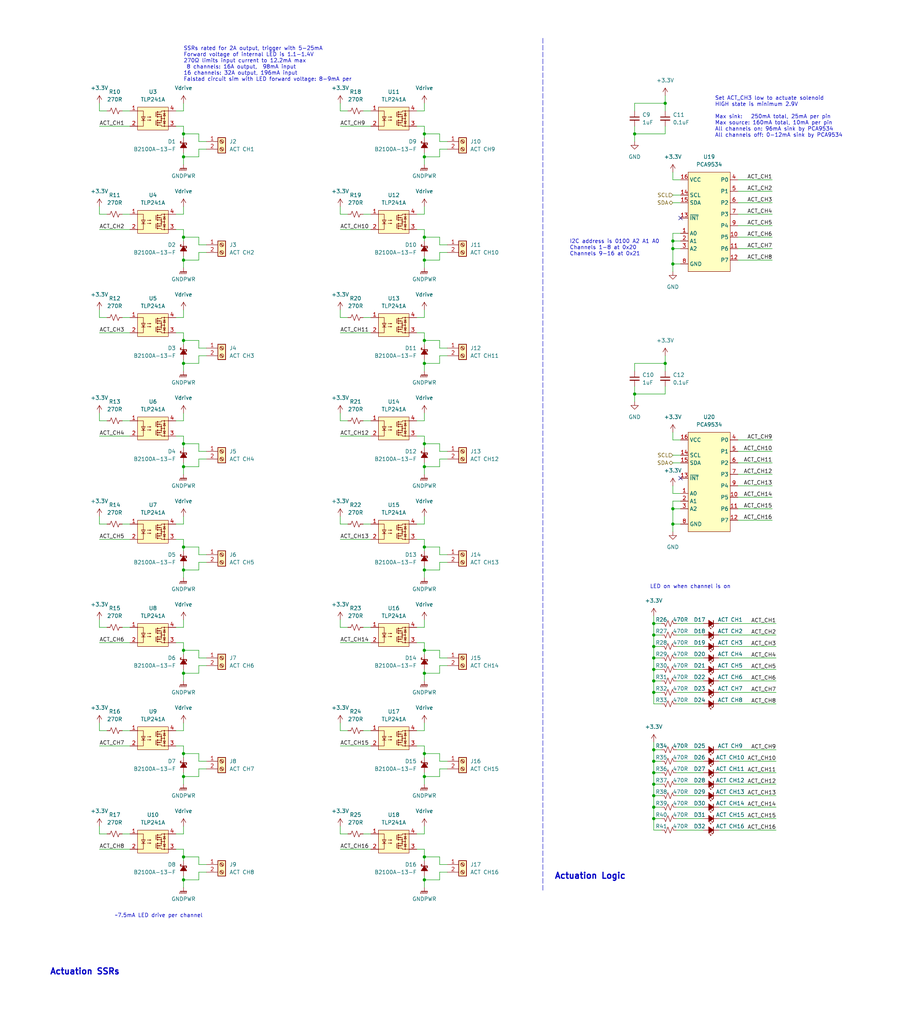
<source format=kicad_sch>
(kicad_sch (version 20211123) (generator eeschema)
  (paper "User" 299.999 340.004)
  (junction (at 60.96 147.32))
  (junction (at 140.97 113.03))
  (junction (at 60.96 86.36))
  (junction (at 140.97 292.1))
  (junction (at 60.96 78.74))
  (junction (at 217.17 218.44))
  (junction (at 217.17 248.92))
  (junction (at 217.17 264.16))
  (junction (at 217.17 252.73))
  (junction (at 60.96 284.48))
  (junction (at 60.96 223.52))
  (junction (at 140.97 284.48))
  (junction (at 60.96 181.61))
  (junction (at 60.96 120.65))
  (junction (at 60.96 257.81))
  (junction (at 217.17 210.82))
  (junction (at 217.17 214.63))
  (junction (at 140.97 154.94))
  (junction (at 220.98 120.65))
  (junction (at 223.52 80.01))
  (junction (at 217.17 271.78))
  (junction (at 60.96 189.23))
  (junction (at 140.97 189.23))
  (junction (at 60.96 52.07))
  (junction (at 223.52 82.55))
  (junction (at 140.97 78.74))
  (junction (at 223.52 87.63))
  (junction (at 140.97 215.9))
  (junction (at 60.96 154.94))
  (junction (at 140.97 250.19))
  (junction (at 140.97 86.36))
  (junction (at 217.17 260.35))
  (junction (at 60.96 292.1))
  (junction (at 210.82 44.45))
  (junction (at 217.17 222.25))
  (junction (at 140.97 120.65))
  (junction (at 60.96 113.03))
  (junction (at 60.96 44.45))
  (junction (at 223.52 168.91))
  (junction (at 217.17 267.97))
  (junction (at 140.97 223.52))
  (junction (at 60.96 250.19))
  (junction (at 140.97 147.32))
  (junction (at 140.97 181.61))
  (junction (at 220.98 34.29))
  (junction (at 140.97 257.81))
  (junction (at 210.82 130.81))
  (junction (at 60.96 215.9))
  (junction (at 140.97 52.07))
  (junction (at 140.97 44.45))
  (junction (at 217.17 207.01))
  (junction (at 217.17 226.06))
  (junction (at 217.17 256.54))
  (junction (at 217.17 229.87))
  (junction (at 223.52 173.99))
  (no_connect (at 226.06 158.75))
  (no_connect (at 226.06 72.39))
  (wire (pts (xy 140.97 36.83) (xy 140.97 34.29)))
  (wire (pts (xy 140.97 181.61) (xy 146.05 181.61)))
  (wire (pts (xy 220.98 118.11) (xy 220.98 120.65)))
  (wire (pts (xy 113.03 71.12) (xy 113.03 68.58)))
  (wire (pts (xy 226.06 166.37) (xy 223.52 166.37)))
  (wire (pts (xy 60.96 105.41) (xy 60.96 102.87)))
  (wire (pts (xy 40.64 139.7) (xy 43.18 139.7)))
  (wire (pts (xy 60.96 242.57) (xy 60.96 240.03)))
  (wire (pts (xy 60.96 179.07) (xy 60.96 181.61)))
  (wire (pts (xy 140.97 276.86) (xy 140.97 274.32)))
  (wire (pts (xy 146.05 220.98) (xy 148.59 220.98)))
  (wire (pts (xy 60.96 187.96) (xy 60.96 189.23)))
  (wire (pts (xy 217.17 229.87) (xy 219.71 229.87)))
  (wire (pts (xy 146.05 149.86) (xy 146.05 147.32)))
  (wire (pts (xy 245.11 153.67) (xy 256.54 153.67)))
  (wire (pts (xy 60.96 78.74) (xy 60.96 80.01)))
  (wire (pts (xy 138.43 71.12) (xy 140.97 71.12)))
  (wire (pts (xy 238.76 210.82) (xy 257.81 210.82)))
  (wire (pts (xy 148.59 184.15) (xy 146.05 184.15)))
  (wire (pts (xy 115.57 208.28) (xy 113.03 208.28)))
  (wire (pts (xy 238.76 207.01) (xy 257.81 207.01)))
  (wire (pts (xy 60.96 284.48) (xy 66.04 284.48)))
  (wire (pts (xy 220.98 31.75) (xy 220.98 34.29)))
  (wire (pts (xy 66.04 287.02) (xy 66.04 284.48)))
  (wire (pts (xy 217.17 210.82) (xy 219.71 210.82)))
  (wire (pts (xy 140.97 250.19) (xy 140.97 251.46)))
  (wire (pts (xy 146.05 223.52) (xy 146.05 220.98)))
  (wire (pts (xy 40.64 276.86) (xy 43.18 276.86)))
  (wire (pts (xy 146.05 257.81) (xy 146.05 255.27)))
  (wire (pts (xy 58.42 242.57) (xy 60.96 242.57)))
  (wire (pts (xy 226.06 77.47) (xy 223.52 77.47)))
  (wire (pts (xy 140.97 215.9) (xy 140.97 217.17)))
  (wire (pts (xy 226.06 163.83) (xy 223.52 163.83)))
  (wire (pts (xy 140.97 284.48) (xy 140.97 285.75)))
  (wire (pts (xy 226.06 87.63) (xy 223.52 87.63)))
  (wire (pts (xy 33.02 105.41) (xy 33.02 102.87)))
  (wire (pts (xy 224.79 214.63) (xy 233.68 214.63)))
  (wire (pts (xy 60.96 52.07) (xy 60.96 54.61)))
  (wire (pts (xy 113.03 173.99) (xy 113.03 171.45)))
  (wire (pts (xy 140.97 213.36) (xy 140.97 215.9)))
  (wire (pts (xy 140.97 257.81) (xy 140.97 260.35)))
  (wire (pts (xy 58.42 41.91) (xy 60.96 41.91)))
  (wire (pts (xy 224.79 218.44) (xy 233.68 218.44)))
  (wire (pts (xy 217.17 271.78) (xy 217.17 267.97)))
  (wire (pts (xy 60.96 247.65) (xy 60.96 250.19)))
  (wire (pts (xy 60.96 292.1) (xy 66.04 292.1)))
  (wire (pts (xy 217.17 264.16) (xy 219.71 264.16)))
  (wire (pts (xy 146.05 218.44) (xy 146.05 215.9)))
  (wire (pts (xy 210.82 34.29) (xy 210.82 36.83)))
  (wire (pts (xy 140.97 181.61) (xy 140.97 182.88)))
  (wire (pts (xy 138.43 76.2) (xy 140.97 76.2)))
  (wire (pts (xy 224.79 275.59) (xy 233.68 275.59)))
  (wire (pts (xy 35.56 36.83) (xy 33.02 36.83)))
  (wire (pts (xy 60.96 181.61) (xy 66.04 181.61)))
  (wire (pts (xy 138.43 110.49) (xy 140.97 110.49)))
  (wire (pts (xy 210.82 120.65) (xy 220.98 120.65)))
  (wire (pts (xy 148.59 46.99) (xy 146.05 46.99)))
  (wire (pts (xy 140.97 85.09) (xy 140.97 86.36)))
  (wire (pts (xy 66.04 152.4) (xy 68.58 152.4)))
  (wire (pts (xy 115.57 71.12) (xy 113.03 71.12)))
  (wire (pts (xy 68.58 218.44) (xy 66.04 218.44)))
  (wire (pts (xy 113.03 247.65) (xy 123.19 247.65)))
  (wire (pts (xy 224.79 248.92) (xy 233.68 248.92)))
  (wire (pts (xy 138.43 208.28) (xy 140.97 208.28)))
  (wire (pts (xy 66.04 52.07) (xy 66.04 49.53)))
  (wire (pts (xy 58.42 173.99) (xy 60.96 173.99)))
  (wire (pts (xy 140.97 120.65) (xy 146.05 120.65)))
  (wire (pts (xy 217.17 218.44) (xy 217.17 214.63)))
  (wire (pts (xy 210.82 130.81) (xy 210.82 128.27)))
  (wire (pts (xy 223.52 151.13) (xy 226.06 151.13)))
  (wire (pts (xy 68.58 287.02) (xy 66.04 287.02)))
  (wire (pts (xy 66.04 186.69) (xy 68.58 186.69)))
  (wire (pts (xy 146.05 115.57) (xy 146.05 113.03)))
  (wire (pts (xy 113.03 41.91) (xy 123.19 41.91)))
  (wire (pts (xy 238.76 226.06) (xy 257.81 226.06)))
  (wire (pts (xy 245.11 168.91) (xy 256.54 168.91)))
  (wire (pts (xy 33.02 36.83) (xy 33.02 34.29)))
  (wire (pts (xy 245.11 59.69) (xy 256.54 59.69)))
  (wire (pts (xy 66.04 81.28) (xy 66.04 78.74)))
  (wire (pts (xy 210.82 44.45) (xy 210.82 41.91)))
  (wire (pts (xy 113.03 213.36) (xy 123.19 213.36)))
  (wire (pts (xy 60.96 86.36) (xy 66.04 86.36)))
  (wire (pts (xy 146.05 81.28) (xy 146.05 78.74)))
  (wire (pts (xy 217.17 260.35) (xy 217.17 256.54)))
  (wire (pts (xy 140.97 154.94) (xy 146.05 154.94)))
  (wire (pts (xy 60.96 208.28) (xy 60.96 205.74)))
  (wire (pts (xy 146.05 287.02) (xy 146.05 284.48)))
  (wire (pts (xy 33.02 110.49) (xy 43.18 110.49)))
  (wire (pts (xy 217.17 226.06) (xy 217.17 222.25)))
  (wire (pts (xy 217.17 271.78) (xy 219.71 271.78)))
  (wire (pts (xy 120.65 242.57) (xy 123.19 242.57)))
  (wire (pts (xy 140.97 50.8) (xy 140.97 52.07)))
  (wire (pts (xy 223.52 67.31) (xy 226.06 67.31)))
  (wire (pts (xy 219.71 233.68) (xy 217.17 233.68)))
  (wire (pts (xy 35.56 71.12) (xy 33.02 71.12)))
  (wire (pts (xy 113.03 179.07) (xy 123.19 179.07)))
  (wire (pts (xy 146.05 49.53) (xy 148.59 49.53)))
  (wire (pts (xy 140.97 147.32) (xy 140.97 148.59)))
  (wire (pts (xy 113.03 110.49) (xy 123.19 110.49)))
  (wire (pts (xy 146.05 252.73) (xy 146.05 250.19)))
  (wire (pts (xy 66.04 49.53) (xy 68.58 49.53)))
  (wire (pts (xy 146.05 120.65) (xy 146.05 118.11)))
  (wire (pts (xy 120.65 276.86) (xy 123.19 276.86)))
  (wire (pts (xy 40.64 208.28) (xy 43.18 208.28)))
  (wire (pts (xy 140.97 41.91) (xy 140.97 44.45)))
  (wire (pts (xy 140.97 78.74) (xy 146.05 78.74)))
  (wire (pts (xy 217.17 214.63) (xy 219.71 214.63)))
  (wire (pts (xy 223.52 168.91) (xy 226.06 168.91)))
  (wire (pts (xy 33.02 173.99) (xy 33.02 171.45)))
  (wire (pts (xy 58.42 105.41) (xy 60.96 105.41)))
  (wire (pts (xy 66.04 120.65) (xy 66.04 118.11)))
  (wire (pts (xy 60.96 173.99) (xy 60.96 171.45)))
  (wire (pts (xy 223.52 77.47) (xy 223.52 80.01)))
  (wire (pts (xy 210.82 130.81) (xy 220.98 130.81)))
  (wire (pts (xy 66.04 149.86) (xy 66.04 147.32)))
  (wire (pts (xy 224.79 207.01) (xy 233.68 207.01)))
  (wire (pts (xy 58.42 36.83) (xy 60.96 36.83)))
  (wire (pts (xy 219.71 275.59) (xy 217.17 275.59)))
  (wire (pts (xy 245.11 71.12) (xy 256.54 71.12)))
  (wire (pts (xy 33.02 139.7) (xy 33.02 137.16)))
  (wire (pts (xy 146.05 83.82) (xy 148.59 83.82)))
  (wire (pts (xy 60.96 250.19) (xy 60.96 251.46)))
  (wire (pts (xy 217.17 264.16) (xy 217.17 260.35)))
  (polyline (pts (xy 180.34 12.7) (xy 180.34 295.91)))
  (wire (pts (xy 60.96 44.45) (xy 66.04 44.45)))
  (wire (pts (xy 66.04 223.52) (xy 66.04 220.98)))
  (wire (pts (xy 140.97 76.2) (xy 140.97 78.74)))
  (wire (pts (xy 33.02 76.2) (xy 43.18 76.2)))
  (wire (pts (xy 66.04 292.1) (xy 66.04 289.56)))
  (wire (pts (xy 220.98 34.29) (xy 220.98 36.83)))
  (wire (pts (xy 146.05 292.1) (xy 146.05 289.56)))
  (wire (pts (xy 217.17 267.97) (xy 217.17 264.16)))
  (wire (pts (xy 140.97 105.41) (xy 140.97 102.87)))
  (wire (pts (xy 140.97 153.67) (xy 140.97 154.94)))
  (wire (pts (xy 113.03 208.28) (xy 113.03 205.74)))
  (wire (pts (xy 140.97 292.1) (xy 146.05 292.1)))
  (wire (pts (xy 33.02 179.07) (xy 43.18 179.07)))
  (wire (pts (xy 140.97 215.9) (xy 146.05 215.9)))
  (wire (pts (xy 68.58 46.99) (xy 66.04 46.99)))
  (wire (pts (xy 60.96 144.78) (xy 60.96 147.32)))
  (wire (pts (xy 120.65 71.12) (xy 123.19 71.12)))
  (wire (pts (xy 66.04 257.81) (xy 66.04 255.27)))
  (wire (pts (xy 113.03 276.86) (xy 113.03 274.32)))
  (wire (pts (xy 140.97 113.03) (xy 146.05 113.03)))
  (wire (pts (xy 58.42 208.28) (xy 60.96 208.28)))
  (wire (pts (xy 140.97 292.1) (xy 140.97 294.64)))
  (wire (pts (xy 58.42 139.7) (xy 60.96 139.7)))
  (wire (pts (xy 33.02 242.57) (xy 33.02 240.03)))
  (wire (pts (xy 115.57 105.41) (xy 113.03 105.41)))
  (wire (pts (xy 238.76 275.59) (xy 257.81 275.59)))
  (wire (pts (xy 140.97 173.99) (xy 140.97 171.45)))
  (wire (pts (xy 60.96 36.83) (xy 60.96 34.29)))
  (wire (pts (xy 60.96 139.7) (xy 60.96 137.16)))
  (wire (pts (xy 33.02 276.86) (xy 33.02 274.32)))
  (wire (pts (xy 60.96 189.23) (xy 66.04 189.23)))
  (wire (pts (xy 115.57 139.7) (xy 113.03 139.7)))
  (wire (pts (xy 66.04 86.36) (xy 66.04 83.82)))
  (wire (pts (xy 66.04 115.57) (xy 66.04 113.03)))
  (wire (pts (xy 217.17 218.44) (xy 219.71 218.44)))
  (wire (pts (xy 35.56 276.86) (xy 33.02 276.86)))
  (wire (pts (xy 245.11 67.31) (xy 256.54 67.31)))
  (wire (pts (xy 138.43 281.94) (xy 140.97 281.94)))
  (wire (pts (xy 245.11 74.93) (xy 256.54 74.93)))
  (wire (pts (xy 115.57 173.99) (xy 113.03 173.99)))
  (wire (pts (xy 223.52 64.77) (xy 226.06 64.77)))
  (wire (pts (xy 138.43 105.41) (xy 140.97 105.41)))
  (wire (pts (xy 140.97 113.03) (xy 140.97 114.3)))
  (wire (pts (xy 113.03 36.83) (xy 113.03 34.29)))
  (wire (pts (xy 224.79 264.16) (xy 233.68 264.16)))
  (wire (pts (xy 58.42 71.12) (xy 60.96 71.12)))
  (wire (pts (xy 35.56 139.7) (xy 33.02 139.7)))
  (wire (pts (xy 217.17 252.73) (xy 217.17 248.92)))
  (wire (pts (xy 146.05 152.4) (xy 148.59 152.4)))
  (wire (pts (xy 146.05 186.69) (xy 148.59 186.69)))
  (wire (pts (xy 140.97 144.78) (xy 140.97 147.32)))
  (wire (pts (xy 140.97 242.57) (xy 140.97 240.03)))
  (wire (pts (xy 146.05 118.11) (xy 148.59 118.11)))
  (wire (pts (xy 60.96 113.03) (xy 66.04 113.03)))
  (wire (pts (xy 223.52 82.55) (xy 223.52 87.63)))
  (wire (pts (xy 146.05 52.07) (xy 146.05 49.53)))
  (wire (pts (xy 140.97 247.65) (xy 140.97 250.19)))
  (wire (pts (xy 60.96 281.94) (xy 60.96 284.48)))
  (wire (pts (xy 113.03 76.2) (xy 123.19 76.2)))
  (wire (pts (xy 148.59 218.44) (xy 146.05 218.44)))
  (wire (pts (xy 238.76 256.54) (xy 257.81 256.54)))
  (wire (pts (xy 223.52 166.37) (xy 223.52 168.91)))
  (wire (pts (xy 138.43 179.07) (xy 140.97 179.07)))
  (wire (pts (xy 223.52 59.69) (xy 223.52 57.15)))
  (wire (pts (xy 140.97 71.12) (xy 140.97 68.58)))
  (wire (pts (xy 138.43 139.7) (xy 140.97 139.7)))
  (wire (pts (xy 140.97 86.36) (xy 146.05 86.36)))
  (wire (pts (xy 217.17 229.87) (xy 217.17 226.06)))
  (wire (pts (xy 238.76 229.87) (xy 257.81 229.87)))
  (wire (pts (xy 224.79 233.68) (xy 233.68 233.68)))
  (wire (pts (xy 115.57 242.57) (xy 113.03 242.57)))
  (wire (pts (xy 138.43 173.99) (xy 140.97 173.99)))
  (wire (pts (xy 33.02 247.65) (xy 43.18 247.65)))
  (wire (pts (xy 224.79 260.35) (xy 233.68 260.35)))
  (wire (pts (xy 60.96 52.07) (xy 66.04 52.07)))
  (wire (pts (xy 140.97 189.23) (xy 146.05 189.23)))
  (wire (pts (xy 33.02 144.78) (xy 43.18 144.78)))
  (wire (pts (xy 60.96 85.09) (xy 60.96 86.36)))
  (wire (pts (xy 224.79 226.06) (xy 233.68 226.06)))
  (wire (pts (xy 140.97 187.96) (xy 140.97 189.23)))
  (wire (pts (xy 58.42 110.49) (xy 60.96 110.49)))
  (wire (pts (xy 60.96 50.8) (xy 60.96 52.07)))
  (wire (pts (xy 140.97 281.94) (xy 140.97 284.48)))
  (wire (pts (xy 140.97 110.49) (xy 140.97 113.03)))
  (wire (pts (xy 60.96 113.03) (xy 60.96 114.3)))
  (wire (pts (xy 210.82 34.29) (xy 220.98 34.29)))
  (wire (pts (xy 60.96 153.67) (xy 60.96 154.94)))
  (wire (pts (xy 66.04 252.73) (xy 66.04 250.19)))
  (wire (pts (xy 217.17 204.47) (xy 217.17 207.01)))
  (wire (pts (xy 66.04 255.27) (xy 68.58 255.27)))
  (wire (pts (xy 58.42 213.36) (xy 60.96 213.36)))
  (wire (pts (xy 138.43 247.65) (xy 140.97 247.65)))
  (wire (pts (xy 140.97 78.74) (xy 140.97 80.01)))
  (wire (pts (xy 223.52 87.63) (xy 223.52 90.17)))
  (wire (pts (xy 223.52 80.01) (xy 223.52 82.55)))
  (wire (pts (xy 238.76 218.44) (xy 257.81 218.44)))
  (wire (pts (xy 140.97 86.36) (xy 140.97 88.9)))
  (wire (pts (xy 217.17 214.63) (xy 217.17 210.82)))
  (wire (pts (xy 60.96 257.81) (xy 66.04 257.81)))
  (wire (pts (xy 146.05 289.56) (xy 148.59 289.56)))
  (wire (pts (xy 238.76 214.63) (xy 257.81 214.63)))
  (wire (pts (xy 245.11 82.55) (xy 256.54 82.55)))
  (wire (pts (xy 220.98 120.65) (xy 220.98 123.19)))
  (wire (pts (xy 245.11 146.05) (xy 256.54 146.05)))
  (wire (pts (xy 217.17 210.82) (xy 217.17 207.01)))
  (wire (pts (xy 148.59 252.73) (xy 146.05 252.73)))
  (wire (pts (xy 58.42 276.86) (xy 60.96 276.86)))
  (wire (pts (xy 238.76 248.92) (xy 257.81 248.92)))
  (wire (pts (xy 60.96 119.38) (xy 60.96 120.65)))
  (wire (pts (xy 40.64 242.57) (xy 43.18 242.57)))
  (wire (pts (xy 60.96 215.9) (xy 66.04 215.9)))
  (wire (pts (xy 224.79 210.82) (xy 233.68 210.82)))
  (wire (pts (xy 217.17 246.38) (xy 217.17 248.92)))
  (wire (pts (xy 113.03 144.78) (xy 123.19 144.78)))
  (wire (pts (xy 140.97 52.07) (xy 140.97 54.61)))
  (wire (pts (xy 33.02 208.28) (xy 33.02 205.74)))
  (wire (pts (xy 217.17 252.73) (xy 219.71 252.73)))
  (wire (pts (xy 66.04 46.99) (xy 66.04 44.45)))
  (wire (pts (xy 245.11 161.29) (xy 256.54 161.29)))
  (wire (pts (xy 120.65 208.28) (xy 123.19 208.28)))
  (wire (pts (xy 217.17 248.92) (xy 219.71 248.92)))
  (wire (pts (xy 217.17 275.59) (xy 217.17 271.78)))
  (wire (pts (xy 33.02 41.91) (xy 43.18 41.91)))
  (wire (pts (xy 238.76 222.25) (xy 257.81 222.25)))
  (wire (pts (xy 60.96 223.52) (xy 66.04 223.52)))
  (wire (pts (xy 148.59 81.28) (xy 146.05 81.28)))
  (wire (pts (xy 60.96 257.81) (xy 60.96 260.35)))
  (wire (pts (xy 60.96 181.61) (xy 60.96 182.88)))
  (wire (pts (xy 140.97 179.07) (xy 140.97 181.61)))
  (wire (pts (xy 140.97 290.83) (xy 140.97 292.1)))
  (wire (pts (xy 140.97 222.25) (xy 140.97 223.52)))
  (wire (pts (xy 140.97 284.48) (xy 146.05 284.48)))
  (wire (pts (xy 138.43 36.83) (xy 140.97 36.83)))
  (wire (pts (xy 66.04 220.98) (xy 68.58 220.98)))
  (wire (pts (xy 140.97 250.19) (xy 146.05 250.19)))
  (wire (pts (xy 146.05 46.99) (xy 146.05 44.45)))
  (wire (pts (xy 66.04 154.94) (xy 66.04 152.4)))
  (wire (pts (xy 35.56 105.41) (xy 33.02 105.41)))
  (wire (pts (xy 33.02 213.36) (xy 43.18 213.36)))
  (wire (pts (xy 60.96 120.65) (xy 66.04 120.65)))
  (wire (pts (xy 58.42 281.94) (xy 60.96 281.94)))
  (wire (pts (xy 224.79 222.25) (xy 233.68 222.25)))
  (wire (pts (xy 146.05 255.27) (xy 148.59 255.27)))
  (wire (pts (xy 238.76 260.35) (xy 257.81 260.35)))
  (wire (pts (xy 66.04 218.44) (xy 66.04 215.9)))
  (wire (pts (xy 33.02 71.12) (xy 33.02 68.58)))
  (wire (pts (xy 245.11 172.72) (xy 256.54 172.72)))
  (wire (pts (xy 217.17 260.35) (xy 219.71 260.35)))
  (wire (pts (xy 60.96 71.12) (xy 60.96 68.58)))
  (wire (pts (xy 40.64 36.83) (xy 43.18 36.83)))
  (wire (pts (xy 138.43 242.57) (xy 140.97 242.57)))
  (wire (pts (xy 226.06 80.01) (xy 223.52 80.01)))
  (wire (pts (xy 40.64 173.99) (xy 43.18 173.99)))
  (wire (pts (xy 217.17 256.54) (xy 217.17 252.73)))
  (wire (pts (xy 58.42 247.65) (xy 60.96 247.65)))
  (wire (pts (xy 226.06 82.55) (xy 223.52 82.55)))
  (wire (pts (xy 113.03 242.57) (xy 113.03 240.03)))
  (wire (pts (xy 245.11 149.86) (xy 256.54 149.86)))
  (wire (pts (xy 224.79 252.73) (xy 233.68 252.73)))
  (wire (pts (xy 146.05 86.36) (xy 146.05 83.82)))
  (wire (pts (xy 35.56 208.28) (xy 33.02 208.28)))
  (wire (pts (xy 140.97 257.81) (xy 146.05 257.81)))
  (wire (pts (xy 224.79 256.54) (xy 233.68 256.54)))
  (wire (pts (xy 60.96 147.32) (xy 60.96 148.59)))
  (wire (pts (xy 40.64 71.12) (xy 43.18 71.12)))
  (wire (pts (xy 140.97 154.94) (xy 140.97 157.48)))
  (wire (pts (xy 60.96 154.94) (xy 60.96 157.48)))
  (wire (pts (xy 60.96 86.36) (xy 60.96 88.9)))
  (wire (pts (xy 217.17 207.01) (xy 219.71 207.01)))
  (wire (pts (xy 115.57 276.86) (xy 113.03 276.86)))
  (wire (pts (xy 66.04 83.82) (xy 68.58 83.82)))
  (wire (pts (xy 217.17 222.25) (xy 217.17 218.44)))
  (wire (pts (xy 138.43 276.86) (xy 140.97 276.86)))
  (wire (pts (xy 58.42 179.07) (xy 60.96 179.07)))
  (wire (pts (xy 245.11 157.48) (xy 256.54 157.48)))
  (wire (pts (xy 217.17 256.54) (xy 219.71 256.54)))
  (wire (pts (xy 60.96 41.91) (xy 60.96 44.45)))
  (wire (pts (xy 138.43 144.78) (xy 140.97 144.78)))
  (wire (pts (xy 60.96 189.23) (xy 60.96 191.77)))
  (wire (pts (xy 66.04 289.56) (xy 68.58 289.56)))
  (wire (pts (xy 140.97 44.45) (xy 140.97 45.72)))
  (wire (pts (xy 140.97 147.32) (xy 146.05 147.32)))
  (wire (pts (xy 138.43 213.36) (xy 140.97 213.36)))
  (wire (pts (xy 120.65 36.83) (xy 123.19 36.83)))
  (wire (pts (xy 210.82 44.45) (xy 220.98 44.45)))
  (wire (pts (xy 60.96 213.36) (xy 60.96 215.9)))
  (wire (pts (xy 217.17 226.06) (xy 219.71 226.06)))
  (wire (pts (xy 223.52 173.99) (xy 223.52 176.53)))
  (wire (pts (xy 138.43 41.91) (xy 140.97 41.91)))
  (wire (pts (xy 210.82 46.99) (xy 210.82 44.45)))
  (wire (pts (xy 68.58 115.57) (xy 66.04 115.57)))
  (wire (pts (xy 238.76 252.73) (xy 257.81 252.73)))
  (wire (pts (xy 245.11 165.1) (xy 256.54 165.1)))
  (wire (pts (xy 60.96 120.65) (xy 60.96 123.19)))
  (wire (pts (xy 217.17 267.97) (xy 219.71 267.97)))
  (wire (pts (xy 60.96 147.32) (xy 66.04 147.32)))
  (wire (pts (xy 60.96 223.52) (xy 60.96 226.06)))
  (wire (pts (xy 210.82 120.65) (xy 210.82 123.19)))
  (wire (pts (xy 224.79 271.78) (xy 233.68 271.78)))
  (wire (pts (xy 217.17 233.68) (xy 217.17 229.87)))
  (wire (pts (xy 113.03 105.41) (xy 113.03 102.87)))
  (wire (pts (xy 60.96 154.94) (xy 66.04 154.94)))
  (wire (pts (xy 146.05 154.94) (xy 146.05 152.4)))
  (wire (pts (xy 140.97 119.38) (xy 140.97 120.65)))
  (wire (pts (xy 140.97 223.52) (xy 146.05 223.52)))
  (wire (pts (xy 68.58 81.28) (xy 66.04 81.28)))
  (wire (pts (xy 140.97 139.7) (xy 140.97 137.16)))
  (wire (pts (xy 60.96 44.45) (xy 60.96 45.72)))
  (wire (pts (xy 238.76 267.97) (xy 257.81 267.97)))
  (wire (pts (xy 35.56 173.99) (xy 33.02 173.99)))
  (wire (pts (xy 238.76 233.68) (xy 257.81 233.68)))
  (wire (pts (xy 66.04 118.11) (xy 68.58 118.11)))
  (wire (pts (xy 60.96 78.74) (xy 66.04 78.74)))
  (wire (pts (xy 245.11 63.5) (xy 256.54 63.5)))
  (wire (pts (xy 217.17 222.25) (xy 219.71 222.25)))
  (wire (pts (xy 66.04 189.23) (xy 66.04 186.69)))
  (wire (pts (xy 223.52 163.83) (xy 223.52 161.29)))
  (wire (pts (xy 58.42 144.78) (xy 60.96 144.78)))
  (wire (pts (xy 245.11 86.36) (xy 256.54 86.36)))
  (wire (pts (xy 58.42 76.2) (xy 60.96 76.2)))
  (wire (pts (xy 245.11 78.74) (xy 256.54 78.74)))
  (wire (pts (xy 140.97 223.52) (xy 140.97 226.06)))
  (wire (pts (xy 60.96 76.2) (xy 60.96 78.74)))
  (wire (pts (xy 140.97 44.45) (xy 146.05 44.45)))
  (wire (pts (xy 238.76 264.16) (xy 257.81 264.16)))
  (wire (pts (xy 146.05 184.15) (xy 146.05 181.61)))
  (wire (pts (xy 60.96 215.9) (xy 60.96 217.17)))
  (wire (pts (xy 68.58 184.15) (xy 66.04 184.15)))
  (wire (pts (xy 140.97 189.23) (xy 140.97 191.77)))
  (wire (pts (xy 146.05 189.23) (xy 146.05 186.69)))
  (wire (pts (xy 226.06 173.99) (xy 223.52 173.99)))
  (wire (pts (xy 113.03 139.7) (xy 113.03 137.16)))
  (wire (pts (xy 120.65 173.99) (xy 123.19 173.99)))
  (wire (pts (xy 60.96 110.49) (xy 60.96 113.03)))
  (wire (pts (xy 60.96 276.86) (xy 60.96 274.32)))
  (wire (pts (xy 140.97 120.65) (xy 140.97 123.19)))
  (wire (pts (xy 148.59 149.86) (xy 146.05 149.86)))
  (wire (pts (xy 223.52 168.91) (xy 223.52 173.99)))
  (wire (pts (xy 148.59 287.02) (xy 146.05 287.02)))
  (wire (pts (xy 140.97 52.07) (xy 146.05 52.07)))
  (wire (pts (xy 223.52 153.67) (xy 226.06 153.67)))
  (wire (pts (xy 224.79 229.87) (xy 233.68 229.87)))
  (wire (pts (xy 140.97 208.28) (xy 140.97 205.74)))
  (wire (pts (xy 120.65 105.41) (xy 123.19 105.41)))
  (wire (pts (xy 220.98 128.27) (xy 220.98 130.81)))
  (wire (pts (xy 60.96 290.83) (xy 60.96 292.1)))
  (wire (pts (xy 223.52 146.05) (xy 223.52 143.51)))
  (wire (pts (xy 120.65 139.7) (xy 123.19 139.7)))
  (wire (pts (xy 60.96 284.48) (xy 60.96 285.75)))
  (wire (pts (xy 60.96 256.54) (xy 60.96 257.81)))
  (wire (pts (xy 113.03 281.94) (xy 123.19 281.94)))
  (wire (pts (xy 60.96 222.25) (xy 60.96 223.52)))
  (wire (pts (xy 68.58 149.86) (xy 66.04 149.86)))
  (wire (pts (xy 60.96 250.19) (xy 66.04 250.19)))
  (wire (pts (xy 148.59 115.57) (xy 146.05 115.57)))
  (wire (pts (xy 60.96 292.1) (xy 60.96 294.64)))
  (wire (pts (xy 238.76 271.78) (xy 257.81 271.78)))
  (wire (pts (xy 40.64 105.41) (xy 43.18 105.41)))
  (wire (pts (xy 66.04 184.15) (xy 66.04 181.61)))
  (wire (pts (xy 220.98 41.91) (xy 220.98 44.45)))
  (wire (pts (xy 33.02 281.94) (xy 43.18 281.94)))
  (wire (pts (xy 140.97 256.54) (xy 140.97 257.81)))
  (wire (pts (xy 224.79 267.97) (xy 233.68 267.97)))
  (wire (pts (xy 68.58 252.73) (xy 66.04 252.73)))
  (wire (pts (xy 35.56 242.57) (xy 33.02 242.57)))
  (wire (pts (xy 226.06 146.05) (xy 223.52 146.05)))
  (wire (pts (xy 210.82 133.35) (xy 210.82 130.81)))
  (wire (pts (xy 226.06 59.69) (xy 223.52 59.69)))
  (wire (pts (xy 115.57 36.83) (xy 113.03 36.83)))
  (text "LED on when channel is on" (at 215.9 195.58 0) (effects (font (size 1.27 1.27)) (justify left bottom)))
  (text "SSRs rated for 2A output, trigger with 5-25mA\nForward voltage of internal LED is 1.1-1.4V\n270Ω limits input current to 12.2mA max\n 8 channels: 16A output,  98mA input\n16 channels: 32A output, 196mA input\nFalstad circuit sim with LED forward voltage: 8-9mA per\n\n" (at 60.96 29.21 0) (effects (font (size 1.27 1.27)) (justify left bottom)))
  (text "Actuation Logic" (at 184.15 292.1 0) (effects (font (size 2 2) bold) (justify left bottom)))
  (text "Actuation SSRs" (at 16.51 323.85 0) (effects (font (size 2 2) bold) (justify left bottom)))
  (text "~7.5mA LED drive per channel" (at 38.1 304.8 0) (effects (font (size 1.27 1.27)) (justify left bottom)))
  (text "I2C address is 0100 A2 A1 A0\nChannels 1-8 at 0x20\nChannels 9-16 at 0x21\n" (at 189.23 85.09 0) (effects (font (size 1.27 1.27)) (justify left bottom)))
  (text "Set ACT_CH3 low to actuate solenoid\nHIGH state is minimum 2.9V\n\nMax sink:   250mA total, 25mA per pin\nMax source: 160mA total, 10mA per pin\nAll channels on: 96mA sink by PCA9534\nAll channels off: 0-12mA sink by PCA9534" (at 237.49 45.72 0) (effects (font (size 1.27 1.27)) (justify left bottom)))
  (label "ACT_CH4" (at 256.54 71.12 180))
  (label "ACT_CH13" (at 257.81 264.16 180))
  (label "ACT_CH14" (at 257.81 267.97 180))
  (label "ACT_CH14" (at 256.54 165.1 180))
  (label "ACT_CH11" (at 113.03 110.49 0))
  (label "ACT_CH7" (at 33.02 247.65 0))
  (label "ACT_CH12" (at 256.54 157.48 180))
  (label "ACT_CH7" (at 256.54 82.55 180))
  (label "ACT_CH1" (at 256.54 59.69 180))
  (label "ACT_CH5" (at 33.02 179.07 0))
  (label "ACT_CH10" (at 113.03 76.2 0))
  (label "ACT_CH3" (at 257.81 214.63 180))
  (label "ACT_CH10" (at 256.54 149.86 180))
  (label "ACT_CH16" (at 257.81 275.59 180))
  (label "ACT_CH9" (at 256.54 146.05 180))
  (label "ACT_CH3" (at 256.54 67.31 180))
  (label "ACT_CH15" (at 256.54 168.91 180))
  (label "ACT_CH12" (at 113.03 144.78 0))
  (label "ACT_CH2" (at 256.54 63.5 180))
  (label "ACT_CH2" (at 33.02 76.2 0))
  (label "ACT_CH5" (at 256.54 74.93 180))
  (label "ACT_CH9" (at 257.81 248.92 180))
  (label "ACT_CH6" (at 257.81 226.06 180))
  (label "ACT_CH2" (at 257.81 210.82 180))
  (label "ACT_CH7" (at 257.81 229.87 180))
  (label "ACT_CH1" (at 257.81 207.01 180))
  (label "ACT_CH13" (at 113.03 179.07 0))
  (label "ACT_CH6" (at 256.54 78.74 180))
  (label "ACT_CH9" (at 113.03 41.91 0))
  (label "ACT_CH1" (at 33.02 41.91 0))
  (label "ACT_CH5" (at 257.81 222.25 180))
  (label "ACT_CH8" (at 256.54 86.36 180))
  (label "ACT_CH15" (at 257.81 271.78 180))
  (label "ACT_CH8" (at 257.81 233.68 180))
  (label "ACT_CH11" (at 256.54 153.67 180))
  (label "ACT_CH13" (at 256.54 161.29 180))
  (label "ACT_CH11" (at 257.81 256.54 180))
  (label "ACT_CH4" (at 33.02 144.78 0))
  (label "ACT_CH12" (at 257.81 260.35 180))
  (label "ACT_CH10" (at 257.81 252.73 180))
  (label "ACT_CH4" (at 257.81 218.44 180))
  (label "ACT_CH14" (at 113.03 213.36 0))
  (label "ACT_CH6" (at 33.02 213.36 0))
  (label "ACT_CH16" (at 113.03 281.94 0))
  (label "ACT_CH3" (at 33.02 110.49 0))
  (label "ACT_CH8" (at 33.02 281.94 0))
  (label "ACT_CH16" (at 256.54 172.72 180))
  (label "ACT_CH15" (at 113.03 247.65 0))
  (hierarchical_label "SCL" (shape input) (at 223.52 64.77 180))
  (hierarchical_label "SCL" (shape input) (at 223.52 151.13 180))
  (hierarchical_label "SDA" (shape bidirectional) (at 223.52 153.67 180))
  (hierarchical_label "SDA" (shape bidirectional) (at 223.52 67.31 180))
  (symbol (lib_id "Device:R_Small_US") (at 38.1 242.57 90) (unit 1)
    (property "Reference" "R16" (at 38.1 236.22 90))
    (property "Value" "270R" (at 38.1 238.76 90))
    (property "Footprint" "Resistor_SMD:R_0603_1608Metric" (effects hide))
    (property "MPN" "RC0603FR-07270RL" (effects hide))
  )
  (symbol (lib_id "Device:D_Schottky_Small_Filled") (at 60.96 254 90) (mirror x) (unit 1)
    (property "Reference" "D7" (at 58.42 252.73 90) (effects (justify left)))
    (property "Value" "B2100A-13-F" (at 58.42 255.27 90) (effects (justify left)))
    (property "Footprint" "Diode_SMD:D_SMA" (effects hide))
    (property "Datasheet" "https://www.diodes.com/assets/Datasheets/B2100A.pdf" (effects hide))
    (property "MPN" "B2100A-13-F" (effects hide))
  )
  (symbol (lib_id "power:Vdrive") (at 60.96 34.29 0) (unit 1)
    (property "Reference" "#PWR0140" (effects hide))
    (property "Value" "Vdrive" (at 60.96 29.21 0))
  )
  (symbol (lib_id "Device:R_Small_US") (at 222.25 207.01 90) (mirror x) (unit 1)
    (property "Reference" "R26" (at 219.71 205.74 90))
    (property "Value" "470R" (at 226.06 205.74 90))
  )
  (symbol (lib_id "Connector:Screw_Terminal_01x02") (at 73.66 115.57 0) (unit 1)
    (property "Reference" "J4" (at 76.2 115.5699 0) (effects (justify left)))
    (property "Value" "ACT CH3" (at 76.2 118.1099 0) (effects (justify left)))
    (property "Footprint" "TerminalBlock_Phoenix:TerminalBlock_Phoenix_PT-1,5-2-5.0-H_1x02_P5.00mm_Horizontal" (effects hide))
    (property "Datasheet" "https://www.phoenixcontact.com/en-us/products/printed-circuit-board-terminal-pt-15-2-50-h-bk-1989447" (effects hide))
    (property "MPN" "1989447" (effects hide))
  )
  (symbol (lib_id "Connector:Screw_Terminal_01x02") (at 153.67 218.44 0) (unit 1)
    (property "Reference" "J15" (at 156.21 218.4399 0) (effects (justify left)))
    (property "Value" "ACT CH14" (at 156.21 220.9799 0) (effects (justify left)))
    (property "Footprint" "TerminalBlock_Phoenix:TerminalBlock_Phoenix_PT-1,5-2-5.0-H_1x02_P5.00mm_Horizontal" (effects hide))
    (property "Datasheet" "https://www.phoenixcontact.com/en-us/products/printed-circuit-board-terminal-pt-15-2-50-h-bk-1989447" (effects hide))
    (property "MPN" "1989447" (effects hide))
  )
  (symbol (lib_id "actuation:TLP241A") (at 130.81 35.56 0) (unit 1)
    (property "Reference" "U11" (at 130.81 30.48 0))
    (property "Value" "TLP241A" (at 130.81 33.02 0))
    (property "Footprint" "actuation:11-5B2S" (effects hide))
    (property "Datasheet" "https://toshiba.semicon-storage.com/info/TLP241A_datasheet_en_20200217.pdf?did=14237&prodName=TLP241A" (effects hide))
    (property "MPN" "TLP241A(TP1,F" (effects hide))
  )
  (symbol (lib_id "power:+3.3V") (at 33.02 171.45 0) (unit 1)
    (property "Reference" "#PWR0119" (effects hide))
    (property "Value" "+3.3V" (at 33.02 166.37 0))
  )
  (symbol (lib_id "Connector:Screw_Terminal_01x02") (at 73.66 81.28 0) (unit 1)
    (property "Reference" "J3" (at 76.2 81.2799 0) (effects (justify left)))
    (property "Value" "ACT CH2" (at 76.2 83.8199 0) (effects (justify left)))
    (property "Footprint" "TerminalBlock_Phoenix:TerminalBlock_Phoenix_PT-1,5-2-5.0-H_1x02_P5.00mm_Horizontal" (effects hide))
    (property "Datasheet" "https://www.phoenixcontact.com/en-us/products/printed-circuit-board-terminal-pt-15-2-50-h-bk-1989447" (effects hide))
    (property "MPN" "1989447" (effects hide))
  )
  (symbol (lib_id "power:GND") (at 223.52 176.53 0) (unit 1)
    (property "Reference" "#PWR0172" (effects hide))
    (property "Value" "GND" (at 223.52 181.61 0))
  )
  (symbol (lib_id "Device:R_Small_US") (at 118.11 36.83 90) (unit 1)
    (property "Reference" "R18" (at 118.11 30.48 90))
    (property "Value" "270R" (at 118.11 33.02 90))
    (property "Footprint" "Resistor_SMD:R_0603_1608Metric" (effects hide))
    (property "MPN" "RC0603FR-07270RL" (effects hide))
  )
  (symbol (lib_id "Device:R_Small_US") (at 118.11 173.99 90) (unit 1)
    (property "Reference" "R22" (at 118.11 167.64 90))
    (property "Value" "270R" (at 118.11 170.18 90))
    (property "Footprint" "Resistor_SMD:R_0603_1608Metric" (effects hide))
    (property "MPN" "RC0603FR-07270RL" (effects hide))
  )
  (symbol (lib_id "Connector:Screw_Terminal_01x02") (at 73.66 287.02 0) (unit 1)
    (property "Reference" "J9" (at 76.2 287.0199 0) (effects (justify left)))
    (property "Value" "ACT CH8" (at 76.2 289.5599 0) (effects (justify left)))
    (property "Footprint" "TerminalBlock_Phoenix:TerminalBlock_Phoenix_PT-1,5-2-5.0-H_1x02_P5.00mm_Horizontal" (effects hide))
    (property "Datasheet" "https://www.phoenixcontact.com/en-us/products/printed-circuit-board-terminal-pt-15-2-50-h-bk-1989447" (effects hide))
    (property "MPN" "1989447" (effects hide))
  )
  (symbol (lib_id "power:Vdrive") (at 140.97 274.32 0) (unit 1)
    (property "Reference" "#PWR0158" (effects hide))
    (property "Value" "Vdrive" (at 140.97 269.24 0))
  )
  (symbol (lib_id "power:GNDPWR") (at 140.97 157.48 0) (unit 1)
    (property "Reference" "#PWR0122" (effects hide))
    (property "Value" "GNDPWR" (at 140.97 161.29 0))
  )
  (symbol (lib_id "Connector:Screw_Terminal_01x02") (at 153.67 149.86 0) (unit 1)
    (property "Reference" "J13" (at 156.21 149.8599 0) (effects (justify left)))
    (property "Value" "ACT CH12" (at 156.21 152.3999 0) (effects (justify left)))
    (property "Footprint" "TerminalBlock_Phoenix:TerminalBlock_Phoenix_PT-1,5-2-5.0-H_1x02_P5.00mm_Horizontal" (effects hide))
    (property "Datasheet" "https://www.phoenixcontact.com/en-us/products/printed-circuit-board-terminal-pt-15-2-50-h-bk-1989447" (effects hide))
    (property "MPN" "1989447" (effects hide))
  )
  (symbol (lib_id "Device:D_Schottky_Small_Filled") (at 60.96 82.55 90) (mirror x) (unit 1)
    (property "Reference" "D2" (at 58.42 81.28 90) (effects (justify left)))
    (property "Value" "B2100A-13-F" (at 58.42 83.82 90) (effects (justify left)))
    (property "Footprint" "Diode_SMD:D_SMA" (effects hide))
    (property "Datasheet" "https://www.diodes.com/assets/Datasheets/B2100A.pdf" (effects hide))
    (property "MPN" "B2100A-13-F" (effects hide))
  )
  (symbol (lib_id "Device:D_Schottky_Small_Filled") (at 60.96 151.13 90) (mirror x) (unit 1)
    (property "Reference" "D4" (at 58.42 149.86 90) (effects (justify left)))
    (property "Value" "B2100A-13-F" (at 58.42 152.4 90) (effects (justify left)))
    (property "Footprint" "Diode_SMD:D_SMA" (effects hide))
    (property "Datasheet" "https://www.diodes.com/assets/Datasheets/B2100A.pdf" (effects hide))
    (property "MPN" "B2100A-13-F" (effects hide))
  )
  (symbol (lib_id "power:Vdrive") (at 140.97 68.58 0) (unit 1)
    (property "Reference" "#PWR0131" (effects hide))
    (property "Value" "Vdrive" (at 140.97 63.5 0))
  )
  (symbol (lib_id "Device:D_Schottky_Small_Filled") (at 140.97 219.71 90) (mirror x) (unit 1)
    (property "Reference" "D14" (at 138.43 218.44 90) (effects (justify left)))
    (property "Value" "B2100A-13-F" (at 138.43 220.98 90) (effects (justify left)))
    (property "Footprint" "Diode_SMD:D_SMA" (effects hide))
    (property "Datasheet" "https://www.diodes.com/assets/Datasheets/B2100A.pdf" (effects hide))
    (property "MPN" "B2100A-13-F" (effects hide))
  )
  (symbol (lib_id "Connector:Screw_Terminal_01x02") (at 153.67 184.15 0) (unit 1)
    (property "Reference" "J14" (at 156.21 184.1499 0) (effects (justify left)))
    (property "Value" "ACT CH13" (at 156.21 186.6899 0) (effects (justify left)))
    (property "Footprint" "TerminalBlock_Phoenix:TerminalBlock_Phoenix_PT-1,5-2-5.0-H_1x02_P5.00mm_Horizontal" (effects hide))
    (property "Datasheet" "https://www.phoenixcontact.com/en-us/products/printed-circuit-board-terminal-pt-15-2-50-h-bk-1989447" (effects hide))
    (property "MPN" "1989447" (effects hide))
  )
  (symbol (lib_id "Connector:Screw_Terminal_01x02") (at 73.66 252.73 0) (unit 1)
    (property "Reference" "J8" (at 76.2 252.7299 0) (effects (justify left)))
    (property "Value" "ACT CH7" (at 76.2 255.2699 0) (effects (justify left)))
    (property "Footprint" "TerminalBlock_Phoenix:TerminalBlock_Phoenix_PT-1,5-2-5.0-H_1x02_P5.00mm_Horizontal" (effects hide))
    (property "Datasheet" "https://www.phoenixcontact.com/en-us/products/printed-circuit-board-terminal-pt-15-2-50-h-bk-1989447" (effects hide))
    (property "MPN" "1989447" (effects hide))
  )
  (symbol (lib_id "power:+3.3V") (at 33.02 68.58 0) (unit 1)
    (property "Reference" "#PWR0141" (effects hide))
    (property "Value" "+3.3V" (at 33.02 63.5 0))
  )
  (symbol (lib_id "Device:LED_Small_Filled") (at 236.22 264.16 180) (unit 1)
    (property "Reference" "D29" (at 232.41 262.89 0))
    (property "Value" "ACT CH13" (at 242.57 262.89 0))
  )
  (symbol (lib_id "Device:D_Schottky_Small_Filled") (at 140.97 48.26 90) (mirror x) (unit 1)
    (property "Reference" "D9" (at 138.43 46.99 90) (effects (justify left)))
    (property "Value" "B2100A-13-F" (at 138.43 49.53 90) (effects (justify left)))
    (property "Footprint" "Diode_SMD:D_SMA" (effects hide))
    (property "Datasheet" "https://www.diodes.com/assets/Datasheets/B2100A.pdf" (effects hide))
    (property "MPN" "B2100A-13-F" (effects hide))
  )
  (symbol (lib_id "power:+3.3V") (at 33.02 102.87 0) (unit 1)
    (property "Reference" "#PWR0126" (effects hide))
    (property "Value" "+3.3V" (at 33.02 97.79 0))
  )
  (symbol (lib_id "power:Vdrive") (at 60.96 68.58 0) (unit 1)
    (property "Reference" "#PWR0143" (effects hide))
    (property "Value" "Vdrive" (at 60.96 63.5 0))
  )
  (symbol (lib_id "Device:LED_Small_Filled") (at 236.22 267.97 180) (unit 1)
    (property "Reference" "D30" (at 232.41 266.7 0))
    (property "Value" "ACT CH14" (at 242.57 266.7 0))
  )
  (symbol (lib_id "power:Vdrive") (at 140.97 240.03 0) (unit 1)
    (property "Reference" "#PWR0169" (effects hide))
    (property "Value" "Vdrive" (at 140.97 234.95 0))
  )
  (symbol (lib_id "Device:LED_Small_Filled") (at 236.22 229.87 180) (unit 1)
    (property "Reference" "D23" (at 232.41 228.6 0))
    (property "Value" "ACT CH7" (at 242.57 228.6 0))
  )
  (symbol (lib_id "Device:R_Small_US") (at 118.11 242.57 90) (unit 1)
    (property "Reference" "R24" (at 118.11 236.22 90))
    (property "Value" "270R" (at 118.11 238.76 90))
    (property "Footprint" "Resistor_SMD:R_0603_1608Metric" (effects hide))
    (property "MPN" "RC0603FR-07270RL" (effects hide))
  )
  (symbol (lib_id "Device:R_Small_US") (at 222.25 218.44 90) (mirror x) (unit 1)
    (property "Reference" "R29" (at 219.71 217.17 90))
    (property "Value" "470R" (at 226.06 217.17 90))
  )
  (symbol (lib_id "Device:D_Schottky_Small_Filled") (at 140.97 254 90) (mirror x) (unit 1)
    (property "Reference" "D15" (at 138.43 252.73 90) (effects (justify left)))
    (property "Value" "B2100A-13-F" (at 138.43 255.27 90) (effects (justify left)))
    (property "Footprint" "Diode_SMD:D_SMA" (effects hide))
    (property "Datasheet" "https://www.diodes.com/assets/Datasheets/B2100A.pdf" (effects hide))
    (property "MPN" "B2100A-13-F" (effects hide))
  )
  (symbol (lib_id "actuation:TLP241A") (at 130.81 104.14 0) (unit 1)
    (property "Reference" "U13" (at 130.81 99.06 0))
    (property "Value" "TLP241A" (at 130.81 101.6 0))
    (property "Footprint" "actuation:11-5B2S" (effects hide))
    (property "Datasheet" "https://toshiba.semicon-storage.com/info/TLP241A_datasheet_en_20200217.pdf?did=14237&prodName=TLP241A" (effects hide))
    (property "MPN" "TLP241A(TP1,F" (effects hide))
  )
  (symbol (lib_id "power:+3.3V") (at 217.17 246.38 0) (unit 1)
    (property "Reference" "#PWR0175" (effects hide))
    (property "Value" "+3.3V" (at 217.17 241.3 0))
  )
  (symbol (lib_id "power:Vdrive") (at 140.97 34.29 0) (unit 1)
    (property "Reference" "#PWR0135" (effects hide))
    (property "Value" "Vdrive" (at 140.97 29.21 0))
  )
  (symbol (lib_id "actuation:TLP241A") (at 130.81 172.72 0) (unit 1)
    (property "Reference" "U15" (at 130.81 167.64 0))
    (property "Value" "TLP241A" (at 130.81 170.18 0))
    (property "Footprint" "actuation:11-5B2S" (effects hide))
    (property "Datasheet" "https://toshiba.semicon-storage.com/info/TLP241A_datasheet_en_20200217.pdf?did=14237&prodName=TLP241A" (effects hide))
    (property "MPN" "TLP241A(TP1,F" (effects hide))
  )
  (symbol (lib_id "power:+3.3V") (at 113.03 34.29 0) (unit 1)
    (property "Reference" "#PWR0132" (effects hide))
    (property "Value" "+3.3V" (at 113.03 29.21 0))
  )
  (symbol (lib_id "Device:C_Small") (at 210.82 39.37 0) (unit 1)
    (property "Reference" "C9" (at 213.36 38.1062 0) (effects (justify left)))
    (property "Value" "1uF" (at 213.36 40.6462 0) (effects (justify left)))
    (property "Footprint" "Capacitor_SMD:C_0603_1608Metric" (effects hide))
  )
  (symbol (lib_id "Device:R_Small_US") (at 38.1 208.28 90) (unit 1)
    (property "Reference" "R15" (at 38.1 201.93 90))
    (property "Value" "270R" (at 38.1 204.47 90))
    (property "Footprint" "Resistor_SMD:R_0603_1608Metric" (effects hide))
    (property "MPN" "RC0603FR-07270RL" (effects hide))
  )
  (symbol (lib_id "power:Vdrive") (at 60.96 240.03 0) (unit 1)
    (property "Reference" "#PWR0153" (effects hide))
    (property "Value" "Vdrive" (at 60.96 234.95 0))
  )
  (symbol (lib_id "Connector:Screw_Terminal_01x02") (at 153.67 115.57 0) (unit 1)
    (property "Reference" "J12" (at 156.21 115.5699 0) (effects (justify left)))
    (property "Value" "ACT CH11" (at 156.21 118.1099 0) (effects (justify left)))
    (property "Footprint" "TerminalBlock_Phoenix:TerminalBlock_Phoenix_PT-1,5-2-5.0-H_1x02_P5.00mm_Horizontal" (effects hide))
    (property "Datasheet" "https://www.phoenixcontact.com/en-us/products/printed-circuit-board-terminal-pt-15-2-50-h-bk-1989447" (effects hide))
    (property "MPN" "1989447" (effects hide))
  )
  (symbol (lib_id "power:GND") (at 210.82 133.35 0) (unit 1)
    (property "Reference" "#PWR0145" (effects hide))
    (property "Value" "GND" (at 210.82 138.43 0))
  )
  (symbol (lib_id "Device:R_Small_US") (at 222.25 275.59 90) (mirror x) (unit 1)
    (property "Reference" "R41" (at 219.71 274.32 90))
    (property "Value" "470R" (at 226.06 274.32 90))
  )
  (symbol (lib_id "Device:LED_Small_Filled") (at 236.22 233.68 180) (unit 1)
    (property "Reference" "D24" (at 232.41 232.41 0))
    (property "Value" "ACT CH8" (at 242.57 232.41 0))
  )
  (symbol (lib_id "power:GNDPWR") (at 60.96 294.64 0) (unit 1)
    (property "Reference" "#PWR0165" (effects hide))
    (property "Value" "GNDPWR" (at 60.96 298.45 0))
  )
  (symbol (lib_id "actuation:TLP241A") (at 130.81 275.59 0) (unit 1)
    (property "Reference" "U18" (at 130.81 270.51 0))
    (property "Value" "TLP241A" (at 130.81 273.05 0))
    (property "Footprint" "actuation:11-5B2S" (effects hide))
    (property "Datasheet" "https://toshiba.semicon-storage.com/info/TLP241A_datasheet_en_20200217.pdf?did=14237&prodName=TLP241A" (effects hide))
    (property "MPN" "TLP241A(TP1,F" (effects hide))
  )
  (symbol (lib_id "Device:R_Small_US") (at 38.1 36.83 90) (unit 1)
    (property "Reference" "R10" (at 38.1 30.48 90))
    (property "Value" "270R" (at 38.1 33.02 90))
    (property "Footprint" "Resistor_SMD:R_0603_1608Metric" (effects hide))
    (property "MPN" "RC0603FR-07270RL" (effects hide))
  )
  (symbol (lib_id "Device:R_Small_US") (at 222.25 267.97 90) (mirror x) (unit 1)
    (property "Reference" "R39" (at 219.71 266.7 90))
    (property "Value" "470R" (at 226.06 266.7 90))
  )
  (symbol (lib_id "power:Vdrive") (at 60.96 205.74 0) (unit 1)
    (property "Reference" "#PWR0166" (effects hide))
    (property "Value" "Vdrive" (at 60.96 200.66 0))
  )
  (symbol (lib_id "Device:LED_Small_Filled") (at 236.22 275.59 180) (unit 1)
    (property "Reference" "D32" (at 232.41 274.32 0))
    (property "Value" "ACT CH16" (at 242.57 274.32 0))
  )
  (symbol (lib_id "power:+3.3V") (at 113.03 68.58 0) (unit 1)
    (property "Reference" "#PWR0133" (effects hide))
    (property "Value" "+3.3V" (at 113.03 63.5 0))
  )
  (symbol (lib_id "power:+3.3V") (at 217.17 204.47 0) (unit 1)
    (property "Reference" "#PWR0174" (effects hide))
    (property "Value" "+3.3V" (at 217.17 199.39 0))
  )
  (symbol (lib_id "Device:R_Small_US") (at 222.25 226.06 90) (mirror x) (unit 1)
    (property "Reference" "R31" (at 219.71 224.79 90))
    (property "Value" "470R" (at 226.06 224.79 90))
  )
  (symbol (lib_id "power:Vdrive") (at 60.96 102.87 0) (unit 1)
    (property "Reference" "#PWR0125" (effects hide))
    (property "Value" "Vdrive" (at 60.96 97.79 0))
  )
  (symbol (lib_id "power:GNDPWR") (at 140.97 54.61 0) (unit 1)
    (property "Reference" "#PWR0137" (effects hide))
    (property "Value" "GNDPWR" (at 140.97 58.42 0))
  )
  (symbol (lib_id "power:Vdrive") (at 140.97 205.74 0) (unit 1)
    (property "Reference" "#PWR0162" (effects hide))
    (property "Value" "Vdrive" (at 140.97 200.66 0))
  )
  (symbol (lib_id "power:+3.3V") (at 220.98 31.75 0) (unit 1)
    (property "Reference" "#PWR0146" (effects hide))
    (property "Value" "+3.3V" (at 220.98 26.67 0))
  )
  (symbol (lib_id "Device:R_Small_US") (at 222.25 271.78 90) (mirror x) (unit 1)
    (property "Reference" "R40" (at 219.71 270.51 90))
    (property "Value" "470R" (at 226.06 270.51 90))
  )
  (symbol (lib_id "power:+3.3V") (at 113.03 240.03 0) (unit 1)
    (property "Reference" "#PWR0171" (effects hide))
    (property "Value" "+3.3V" (at 113.03 234.95 0))
  )
  (symbol (lib_id "power:+3.3V") (at 220.98 118.11 0) (unit 1)
    (property "Reference" "#PWR0147" (effects hide))
    (property "Value" "+3.3V" (at 220.98 113.03 0))
  )
  (symbol (lib_id "Device:D_Schottky_Small_Filled") (at 60.96 48.26 90) (mirror x) (unit 1)
    (property "Reference" "D1" (at 58.42 46.99 90) (effects (justify left)))
    (property "Value" "B2100A-13-F" (at 58.42 49.53 90) (effects (justify left)))
    (property "Footprint" "Diode_SMD:D_SMA" (effects hide))
    (property "Datasheet" "https://www.diodes.com/assets/Datasheets/B2100A.pdf" (effects hide))
    (property "MPN" "B2100A-13-F" (effects hide))
  )
  (symbol (lib_id "actuation:TLP241A") (at 50.8 138.43 0) (unit 1)
    (property "Reference" "U6" (at 50.8 133.35 0))
    (property "Value" "TLP241A" (at 50.8 135.89 0))
    (property "Footprint" "actuation:11-5B2S" (effects hide))
    (property "Datasheet" "https://toshiba.semicon-storage.com/info/TLP241A_datasheet_en_20200217.pdf?did=14237&prodName=TLP241A" (effects hide))
    (property "MPN" "TLP241A(TP1,F" (effects hide))
  )
  (symbol (lib_id "Device:LED_Small_Filled") (at 236.22 207.01 180) (unit 1)
    (property "Reference" "D17" (at 232.41 205.74 0))
    (property "Value" "ACT CH1" (at 242.57 205.74 0))
  )
  (symbol (lib_id "Device:R_Small_US") (at 38.1 276.86 90) (unit 1)
    (property "Reference" "R17" (at 38.1 270.51 90))
    (property "Value" "270R" (at 38.1 273.05 90))
    (property "Footprint" "Resistor_SMD:R_0603_1608Metric" (effects hide))
    (property "MPN" "RC0603FR-07270RL" (effects hide))
  )
  (symbol (lib_id "Device:R_Small_US") (at 118.11 105.41 90) (unit 1)
    (property "Reference" "R20" (at 118.11 99.06 90))
    (property "Value" "270R" (at 118.11 101.6 90))
    (property "Footprint" "Resistor_SMD:R_0603_1608Metric" (effects hide))
    (property "MPN" "RC0603FR-07270RL" (effects hide))
  )
  (symbol (lib_id "Device:R_Small_US") (at 38.1 105.41 90) (unit 1)
    (property "Reference" "R12" (at 38.1 99.06 90))
    (property "Value" "270R" (at 38.1 101.6 90))
    (property "Footprint" "Resistor_SMD:R_0603_1608Metric" (effects hide))
    (property "MPN" "RC0603FR-07270RL" (effects hide))
  )
  (symbol (lib_id "power:+3.3V") (at 33.02 240.03 0) (unit 1)
    (property "Reference" "#PWR0155" (effects hide))
    (property "Value" "+3.3V" (at 33.02 234.95 0))
  )
  (symbol (lib_id "Device:C_Small") (at 220.98 39.37 0) (unit 1)
    (property "Reference" "C11" (at 223.52 38.1062 0) (effects (justify left)))
    (property "Value" "0.1uF" (at 223.52 40.6462 0) (effects (justify left)))
    (property "Footprint" "Capacitor_SMD:C_0603_1608Metric" (effects hide))
  )
  (symbol (lib_id "Device:R_Small_US") (at 118.11 208.28 90) (unit 1)
    (property "Reference" "R23" (at 118.11 201.93 90))
    (property "Value" "270R" (at 118.11 204.47 90))
    (property "Footprint" "Resistor_SMD:R_0603_1608Metric" (effects hide))
    (property "MPN" "RC0603FR-07270RL" (effects hide))
  )
  (symbol (lib_id "Device:R_Small_US") (at 38.1 71.12 90) (unit 1)
    (property "Reference" "R11" (at 38.1 64.77 90))
    (property "Value" "270R" (at 38.1 67.31 90))
    (property "Footprint" "Resistor_SMD:R_0603_1608Metric" (effects hide))
    (property "MPN" "RC0603FR-07270RL" (effects hide))
  )
  (symbol (lib_id "Device:R_Small_US") (at 118.11 139.7 90) (unit 1)
    (property "Reference" "R21" (at 118.11 133.35 90))
    (property "Value" "270R" (at 118.11 135.89 90))
    (property "Footprint" "Resistor_SMD:R_0603_1608Metric" (effects hide))
    (property "MPN" "RC0603FR-07270RL" (effects hide))
  )
  (symbol (lib_id "Device:C_Small") (at 210.82 125.73 0) (unit 1)
    (property "Reference" "C10" (at 213.36 124.4662 0) (effects (justify left)))
    (property "Value" "1uF" (at 213.36 127.0062 0) (effects (justify left)))
    (property "Footprint" "Capacitor_SMD:C_0603_1608Metric" (effects hide))
  )
  (symbol (lib_id "Device:D_Schottky_Small_Filled") (at 140.97 151.13 90) (mirror x) (unit 1)
    (property "Reference" "D12" (at 138.43 149.86 90) (effects (justify left)))
    (property "Value" "B2100A-13-F" (at 138.43 152.4 90) (effects (justify left)))
    (property "Footprint" "Diode_SMD:D_SMA" (effects hide))
    (property "Datasheet" "https://www.diodes.com/assets/Datasheets/B2100A.pdf" (effects hide))
    (property "MPN" "B2100A-13-F" (effects hide))
  )
  (symbol (lib_id "power:GND") (at 223.52 90.17 0) (unit 1)
    (property "Reference" "#PWR0148" (effects hide))
    (property "Value" "GND" (at 223.52 95.25 0))
  )
  (symbol (lib_id "Connector:Screw_Terminal_01x02") (at 153.67 287.02 0) (unit 1)
    (property "Reference" "J17" (at 156.21 287.0199 0) (effects (justify left)))
    (property "Value" "ACT CH16" (at 156.21 289.5599 0) (effects (justify left)))
    (property "Footprint" "TerminalBlock_Phoenix:TerminalBlock_Phoenix_PT-1,5-2-5.0-H_1x02_P5.00mm_Horizontal" (effects hide))
    (property "Datasheet" "https://www.phoenixcontact.com/en-us/products/printed-circuit-board-terminal-pt-15-2-50-h-bk-1989447" (effects hide))
    (property "MPN" "1989447" (effects hide))
  )
  (symbol (lib_id "power:GNDPWR") (at 140.97 260.35 0) (unit 1)
    (property "Reference" "#PWR0159" (effects hide))
    (property "Value" "GNDPWR" (at 140.97 264.16 0))
  )
  (symbol (lib_id "Device:LED_Small_Filled") (at 236.22 260.35 180) (unit 1)
    (property "Reference" "D28" (at 232.41 259.08 0))
    (property "Value" "ACT CH12" (at 242.57 259.08 0))
  )
  (symbol (lib_id "power:+3.3V") (at 223.52 161.29 0) (unit 1)
    (property "Reference" "#PWR0173" (effects hide))
    (property "Value" "+3.3V" (at 223.52 156.21 0))
  )
  (symbol (lib_id "Device:LED_Small_Filled") (at 236.22 222.25 180) (unit 1)
    (property "Reference" "D21" (at 232.41 220.98 0))
    (property "Value" "ACT CH5" (at 242.57 220.98 0))
  )
  (symbol (lib_id "power:Vdrive") (at 60.96 137.16 0) (unit 1)
    (property "Reference" "#PWR0129" (effects hide))
    (property "Value" "Vdrive" (at 60.96 132.08 0))
  )
  (symbol (lib_id "power:GNDPWR") (at 60.96 88.9 0) (unit 1)
    (property "Reference" "#PWR0144" (effects hide))
    (property "Value" "GNDPWR" (at 60.96 92.71 0))
  )
  (symbol (lib_id "Device:R_Small_US") (at 38.1 173.99 90) (unit 1)
    (property "Reference" "R14" (at 38.1 167.64 90))
    (property "Value" "270R" (at 38.1 170.18 90))
    (property "Footprint" "Resistor_SMD:R_0603_1608Metric" (effects hide))
    (property "MPN" "RC0603FR-07270RL" (effects hide))
  )
  (symbol (lib_id "actuation:TLP241A") (at 50.8 172.72 0) (unit 1)
    (property "Reference" "U7" (at 50.8 167.64 0))
    (property "Value" "TLP241A" (at 50.8 170.18 0))
    (property "Footprint" "actuation:11-5B2S" (effects hide))
    (property "Datasheet" "https://toshiba.semicon-storage.com/info/TLP241A_datasheet_en_20200217.pdf?did=14237&prodName=TLP241A" (effects hide))
    (property "MPN" "TLP241A(TP1,F" (effects hide))
  )
  (symbol (lib_id "power:+3.3V") (at 113.03 102.87 0) (unit 1)
    (property "Reference" "#PWR0130" (effects hide))
    (property "Value" "+3.3V" (at 113.03 97.79 0))
  )
  (symbol (lib_id "Device:LED_Small_Filled") (at 236.22 271.78 180) (unit 1)
    (property "Reference" "D31" (at 232.41 270.51 0))
    (property "Value" "ACT CH15" (at 242.57 270.51 0))
  )
  (symbol (lib_id "power:Vdrive") (at 140.97 137.16 0) (unit 1)
    (property "Reference" "#PWR0121" (effects hide))
    (property "Value" "Vdrive" (at 140.97 132.08 0))
  )
  (symbol (lib_id "power:+3.3V") (at 113.03 205.74 0) (unit 1)
    (property "Reference" "#PWR0160" (effects hide))
    (property "Value" "+3.3V" (at 113.03 200.66 0))
  )
  (symbol (lib_id "power:+3.3V") (at 33.02 137.16 0) (unit 1)
    (property "Reference" "#PWR0127" (effects hide))
    (property "Value" "+3.3V" (at 33.02 132.08 0))
  )
  (symbol (lib_id "power:GNDPWR") (at 60.96 157.48 0) (unit 1)
    (property "Reference" "#PWR0117" (effects hide))
    (property "Value" "GNDPWR" (at 60.96 161.29 0))
  )
  (symbol (lib_id "Connector:Screw_Terminal_01x02") (at 73.66 149.86 0) (unit 1)
    (property "Reference" "J5" (at 76.2 149.8599 0) (effects (justify left)))
    (property "Value" "ACT CH4" (at 76.2 152.3999 0) (effects (justify left)))
    (property "Footprint" "TerminalBlock_Phoenix:TerminalBlock_Phoenix_PT-1,5-2-5.0-H_1x02_P5.00mm_Horizontal" (effects hide))
    (property "Datasheet" "https://www.phoenixcontact.com/en-us/products/printed-circuit-board-terminal-pt-15-2-50-h-bk-1989447" (effects hide))
    (property "MPN" "1989447" (effects hide))
  )
  (symbol (lib_id "Device:D_Schottky_Small_Filled") (at 60.96 288.29 90) (mirror x) (unit 1)
    (property "Reference" "D8" (at 58.42 287.02 90) (effects (justify left)))
    (property "Value" "B2100A-13-F" (at 58.42 289.56 90) (effects (justify left)))
    (property "Footprint" "Diode_SMD:D_SMA" (effects hide))
    (property "Datasheet" "https://www.diodes.com/assets/Datasheets/B2100A.pdf" (effects hide))
    (property "MPN" "B2100A-13-F" (effects hide))
  )
  (symbol (lib_id "Device:R_Small_US") (at 222.25 229.87 90) (mirror x) (unit 1)
    (property "Reference" "R32" (at 219.71 228.6 90))
    (property "Value" "470R" (at 226.06 228.6 90))
  )
  (symbol (lib_id "power:Vdrive") (at 140.97 171.45 0) (unit 1)
    (property "Reference" "#PWR0123" (effects hide))
    (property "Value" "Vdrive" (at 140.97 166.37 0))
  )
  (symbol (lib_id "power:+3.3V") (at 113.03 274.32 0) (unit 1)
    (property "Reference" "#PWR0157" (effects hide))
    (property "Value" "+3.3V" (at 113.03 269.24 0))
  )
  (symbol (lib_id "power:GNDPWR") (at 140.97 226.06 0) (unit 1)
    (property "Reference" "#PWR0170" (effects hide))
    (property "Value" "GNDPWR" (at 140.97 229.87 0))
  )
  (symbol (lib_id "power:GNDPWR") (at 60.96 260.35 0) (unit 1)
    (property "Reference" "#PWR0154" (effects hide))
    (property "Value" "GNDPWR" (at 60.96 264.16 0))
  )
  (symbol (lib_id "Device:C_Small") (at 220.98 125.73 0) (unit 1)
    (property "Reference" "C12" (at 223.52 124.4662 0) (effects (justify left)))
    (property "Value" "0.1uF" (at 223.52 127.0062 0) (effects (justify left)))
    (property "Footprint" "Capacitor_SMD:C_0603_1608Metric" (effects hide))
  )
  (symbol (lib_id "Device:LED_Small_Filled") (at 236.22 214.63 180) (unit 1)
    (property "Reference" "D19" (at 232.41 213.36 0))
    (property "Value" "ACT CH3" (at 242.57 213.36 0))
  )
  (symbol (lib_id "power:Vdrive") (at 60.96 171.45 0) (unit 1)
    (property "Reference" "#PWR0118" (effects hide))
    (property "Value" "Vdrive" (at 60.96 166.37 0))
  )
  (symbol (lib_id "Connector:Screw_Terminal_01x02") (at 153.67 46.99 0) (unit 1)
    (property "Reference" "J10" (at 156.21 46.9899 0) (effects (justify left)))
    (property "Value" "ACT CH9" (at 156.21 49.5299 0) (effects (justify left)))
    (property "Footprint" "TerminalBlock_Phoenix:TerminalBlock_Phoenix_PT-1,5-2-5.0-H_1x02_P5.00mm_Horizontal" (effects hide))
    (property "Datasheet" "https://www.phoenixcontact.com/en-us/products/printed-circuit-board-terminal-pt-15-2-50-h-bk-1989447" (effects hide))
    (property "MPN" "1989447" (effects hide))
  )
  (symbol (lib_id "actuation:PCA9534") (at 236.22 57.15 0) (unit 1)
    (property "Reference" "U19" (at 235.585 52.07 0))
    (property "Value" "PCA9534" (at 235.585 54.61 0))
    (property "Footprint" "Package_SO:TSSOP-16_4.4x5mm_P0.65mm" (effects hide))
    (property "Datasheet" "https://www.ti.com/lit/ds/symlink/pca9534.pdf" (effects hide))
    (property "MPN" "PCA9534PWR" (effects hide))
  )
  (symbol (lib_id "Connector:Screw_Terminal_01x02") (at 153.67 81.28 0) (unit 1)
    (property "Reference" "J11" (at 156.21 81.2799 0) (effects (justify left)))
    (property "Value" "ACT CH10" (at 156.21 83.8199 0) (effects (justify left)))
    (property "Footprint" "TerminalBlock_Phoenix:TerminalBlock_Phoenix_PT-1,5-2-5.0-H_1x02_P5.00mm_Horizontal" (effects hide))
    (property "Datasheet" "https://www.phoenixcontact.com/en-us/products/printed-circuit-board-terminal-pt-15-2-50-h-bk-1989447" (effects hide))
    (property "MPN" "1989447" (effects hide))
  )
  (symbol (lib_id "Device:D_Schottky_Small_Filled") (at 140.97 288.29 90) (mirror x) (unit 1)
    (property "Reference" "D16" (at 138.43 287.02 90) (effects (justify left)))
    (property "Value" "B2100A-13-F" (at 138.43 289.56 90) (effects (justify left)))
    (property "Footprint" "Diode_SMD:D_SMA" (effects hide))
    (property "Datasheet" "https://www.diodes.com/assets/Datasheets/B2100A.pdf" (effects hide))
    (property "MPN" "B2100A-13-F" (effects hide))
  )
  (symbol (lib_id "power:Vdrive") (at 60.96 274.32 0) (unit 1)
    (property "Reference" "#PWR0163" (effects hide))
    (property "Value" "Vdrive" (at 60.96 269.24 0))
  )
  (symbol (lib_id "actuation:TLP241A") (at 50.8 207.01 0) (unit 1)
    (property "Reference" "U8" (at 50.8 201.93 0))
    (property "Value" "TLP241A" (at 50.8 204.47 0))
    (property "Footprint" "actuation:11-5B2S" (effects hide))
    (property "Datasheet" "https://toshiba.semicon-storage.com/info/TLP241A_datasheet_en_20200217.pdf?did=14237&prodName=TLP241A" (effects hide))
    (property "MPN" "TLP241A(TP1,F" (effects hide))
  )
  (symbol (lib_id "power:+3.3V") (at 33.02 274.32 0) (unit 1)
    (property "Reference" "#PWR0164" (effects hide))
    (property "Value" "+3.3V" (at 33.02 269.24 0))
  )
  (symbol (lib_id "power:Vdrive") (at 140.97 102.87 0) (unit 1)
    (property "Reference" "#PWR0138" (effects hide))
    (property "Value" "Vdrive" (at 140.97 97.79 0))
  )
  (symbol (lib_id "Device:LED_Small_Filled") (at 236.22 218.44 180) (unit 1)
    (property "Reference" "D20" (at 232.41 217.17 0))
    (property "Value" "ACT CH4" (at 242.57 217.17 0))
  )
  (symbol (lib_id "Connector:Screw_Terminal_01x02") (at 73.66 46.99 0) (unit 1)
    (property "Reference" "J2" (at 76.2 46.9899 0) (effects (justify left)))
    (property "Value" "ACT CH1" (at 76.2 49.5299 0) (effects (justify left)))
    (property "Footprint" "TerminalBlock_Phoenix:TerminalBlock_Phoenix_PT-1,5-2-5.0-H_1x02_P5.00mm_Horizontal" (effects hide))
    (property "Datasheet" "https://www.phoenixcontact.com/en-us/products/printed-circuit-board-terminal-pt-15-2-50-h-bk-1989447" (effects hide))
    (property "MPN" "1989447" (effects hide))
  )
  (symbol (lib_id "power:GNDPWR") (at 140.97 294.64 0) (unit 1)
    (property "Reference" "#PWR0156" (effects hide))
    (property "Value" "GNDPWR" (at 140.97 298.45 0))
  )
  (symbol (lib_id "power:GNDPWR") (at 60.96 54.61 0) (unit 1)
    (property "Reference" "#PWR0142" (effects hide))
    (property "Value" "GNDPWR" (at 60.96 58.42 0))
  )
  (symbol (lib_id "Device:R_Small_US") (at 222.25 256.54 90) (mirror x) (unit 1)
    (property "Reference" "R36" (at 219.71 255.27 90))
    (property "Value" "470R" (at 226.06 255.27 90))
  )
  (symbol (lib_id "Device:R_Small_US") (at 222.25 260.35 90) (mirror x) (unit 1)
    (property "Reference" "R37" (at 219.71 259.08 90))
    (property "Value" "470R" (at 226.06 259.08 90))
  )
  (symbol (lib_id "Device:D_Schottky_Small_Filled") (at 140.97 82.55 90) (mirror x) (unit 1)
    (property "Reference" "D10" (at 138.43 81.28 90) (effects (justify left)))
    (property "Value" "B2100A-13-F" (at 138.43 83.82 90) (effects (justify left)))
    (property "Footprint" "Diode_SMD:D_SMA" (effects hide))
    (property "Datasheet" "https://www.diodes.com/assets/Datasheets/B2100A.pdf" (effects hide))
    (property "MPN" "B2100A-13-F" (effects hide))
  )
  (symbol (lib_id "power:+3.3V") (at 223.52 57.15 0) (unit 1)
    (property "Reference" "#PWR0150" (effects hide))
    (property "Value" "+3.3V" (at 223.52 52.07 0))
  )
  (symbol (lib_id "power:+3.3V") (at 113.03 137.16 0) (unit 1)
    (property "Reference" "#PWR0120" (effects hide))
    (property "Value" "+3.3V" (at 113.03 132.08 0))
  )
  (symbol (lib_id "Device:R_Small_US") (at 222.25 252.73 90) (mirror x) (unit 1)
    (property "Reference" "R35" (at 219.71 251.46 90))
    (property "Value" "470R" (at 226.06 251.46 90))
  )
  (symbol (lib_id "Device:D_Schottky_Small_Filled") (at 140.97 116.84 90) (mirror x) (unit 1)
    (property "Reference" "D11" (at 138.43 115.57 90) (effects (justify left)))
    (property "Value" "B2100A-13-F" (at 138.43 118.11 90) (effects (justify left)))
    (property "Footprint" "Diode_SMD:D_SMA" (effects hide))
    (property "Datasheet" "https://www.diodes.com/assets/Datasheets/B2100A.pdf" (effects hide))
    (property "MPN" "B2100A-13-F" (effects hide))
  )
  (symbol (lib_id "Device:R_Small_US") (at 38.1 139.7 90) (unit 1)
    (property "Reference" "R13" (at 38.1 133.35 90))
    (property "Value" "270R" (at 38.1 135.89 90))
    (property "Footprint" "Resistor_SMD:R_0603_1608Metric" (effects hide))
    (property "MPN" "RC0603FR-07270RL" (effects hide))
  )
  (symbol (lib_id "Device:R_Small_US") (at 118.11 276.86 90) (unit 1)
    (property "Reference" "R25" (at 118.11 270.51 90))
    (property "Value" "270R" (at 118.11 273.05 90))
    (property "Footprint" "Resistor_SMD:R_0603_1608Metric" (effects hide))
    (property "MPN" "RC0603FR-07270RL" (effects hide))
  )
  (symbol (lib_id "Connector:Screw_Terminal_01x02") (at 153.67 252.73 0) (unit 1)
    (property "Reference" "J16" (at 156.21 252.7299 0) (effects (justify left)))
    (property "Value" "ACT CH15" (at 156.21 255.2699 0) (effects (justify left)))
    (property "Footprint" "TerminalBlock_Phoenix:TerminalBlock_Phoenix_PT-1,5-2-5.0-H_1x02_P5.00mm_Horizontal" (effects hide))
    (property "Datasheet" "https://www.phoenixcontact.com/en-us/products/printed-circuit-board-terminal-pt-15-2-50-h-bk-1989447" (effects hide))
    (property "MPN" "1989447" (effects hide))
  )
  (symbol (lib_id "actuation:TLP241A") (at 50.8 241.3 0) (unit 1)
    (property "Reference" "U9" (at 50.8 236.22 0))
    (property "Value" "TLP241A" (at 50.8 238.76 0))
    (property "Footprint" "actuation:11-5B2S" (effects hide))
    (property "Datasheet" "https://toshiba.semicon-storage.com/info/TLP241A_datasheet_en_20200217.pdf?did=14237&prodName=TLP241A" (effects hide))
    (property "MPN" "TLP241A(TP1,F" (effects hide))
  )
  (symbol (lib_id "Connector:Screw_Terminal_01x02") (at 73.66 218.44 0) (unit 1)
    (property "Reference" "J7" (at 76.2 218.4399 0) (effects (justify left)))
    (property "Value" "ACT CH6" (at 76.2 220.9799 0) (effects (justify left)))
    (property "Footprint" "TerminalBlock_Phoenix:TerminalBlock_Phoenix_PT-1,5-2-5.0-H_1x02_P5.00mm_Horizontal" (effects hide))
    (property "Datasheet" "https://www.phoenixcontact.com/en-us/products/printed-circuit-board-terminal-pt-15-2-50-h-bk-1989447" (effects hide))
    (property "MPN" "1989447" (effects hide))
  )
  (symbol (lib_id "Device:R_Small_US") (at 222.25 210.82 90) (mirror x) (unit 1)
    (property "Reference" "R27" (at 219.71 209.55 90))
    (property "Value" "470R" (at 226.06 209.55 90))
  )
  (symbol (lib_id "Device:LED_Small_Filled") (at 236.22 252.73 180) (unit 1)
    (property "Reference" "D26" (at 232.41 251.46 0))
    (property "Value" "ACT CH10" (at 242.57 251.46 0))
  )
  (symbol (lib_id "Device:LED_Small_Filled") (at 236.22 248.92 180) (unit 1)
    (property "Reference" "D25" (at 232.41 247.65 0))
    (property "Value" "ACT CH9" (at 242.57 247.65 0))
  )
  (symbol (lib_id "actuation:PCA9534") (at 236.22 143.51 0) (unit 1)
    (property "Reference" "U20" (at 235.585 138.43 0))
    (property "Value" "PCA9534" (at 235.585 140.97 0))
    (property "Footprint" "Package_SO:TSSOP-16_4.4x5mm_P0.65mm" (effects hide))
    (property "Datasheet" "https://www.ti.com/lit/ds/symlink/pca9534.pdf" (effects hide))
    (property "MPN" "PCA9534PWR" (effects hide))
  )
  (symbol (lib_id "power:GNDPWR") (at 60.96 123.19 0) (unit 1)
    (property "Reference" "#PWR0128" (effects hide))
    (property "Value" "GNDPWR" (at 60.96 127 0))
  )
  (symbol (lib_id "Device:R_Small_US") (at 222.25 222.25 90) (mirror x) (unit 1)
    (property "Reference" "R30" (at 219.71 220.98 90))
    (property "Value" "470R" (at 226.06 220.98 90))
  )
  (symbol (lib_id "actuation:TLP241A") (at 130.81 241.3 0) (unit 1)
    (property "Reference" "U17" (at 130.81 236.22 0))
    (property "Value" "TLP241A" (at 130.81 238.76 0))
    (property "Footprint" "actuation:11-5B2S" (effects hide))
    (property "Datasheet" "https://toshiba.semicon-storage.com/info/TLP241A_datasheet_en_20200217.pdf?did=14237&prodName=TLP241A" (effects hide))
    (property "MPN" "TLP241A(TP1,F" (effects hide))
  )
  (symbol (lib_id "Device:R_Small_US") (at 118.11 71.12 90) (unit 1)
    (property "Reference" "R19" (at 118.11 64.77 90))
    (property "Value" "270R" (at 118.11 67.31 90))
    (property "Footprint" "Resistor_SMD:R_0603_1608Metric" (effects hide))
    (property "MPN" "RC0603FR-07270RL" (effects hide))
  )
  (symbol (lib_id "Device:D_Schottky_Small_Filled") (at 60.96 219.71 90) (mirror x) (unit 1)
    (property "Reference" "D6" (at 58.42 218.44 90) (effects (justify left)))
    (property "Value" "B2100A-13-F" (at 58.42 220.98 90) (effects (justify left)))
    (property "Footprint" "Diode_SMD:D_SMA" (effects hide))
    (property "Datasheet" "https://www.diodes.com/assets/Datasheets/B2100A.pdf" (effects hide))
    (property "MPN" "B2100A-13-F" (effects hide))
  )
  (symbol (lib_id "power:GNDPWR") (at 60.96 191.77 0) (unit 1)
    (property "Reference" "#PWR0168" (effects hide))
    (property "Value" "GNDPWR" (at 60.96 195.58 0))
  )
  (symbol (lib_id "Device:LED_Small_Filled") (at 236.22 256.54 180) (unit 1)
    (property "Reference" "D27" (at 232.41 255.27 0))
    (property "Value" "ACT CH11" (at 242.57 255.27 0))
  )
  (symbol (lib_id "Device:D_Schottky_Small_Filled") (at 60.96 116.84 90) (mirror x) (unit 1)
    (property "Reference" "D3" (at 58.42 115.57 90) (effects (justify left)))
    (property "Value" "B2100A-13-F" (at 58.42 118.11 90) (effects (justify left)))
    (property "Footprint" "Diode_SMD:D_SMA" (effects hide))
    (property "Datasheet" "https://www.diodes.com/assets/Datasheets/B2100A.pdf" (effects hide))
    (property "MPN" "B2100A-13-F" (effects hide))
  )
  (symbol (lib_id "Device:R_Small_US") (at 222.25 248.92 90) (mirror x) (unit 1)
    (property "Reference" "R34" (at 219.71 247.65 90))
    (property "Value" "470R" (at 226.06 247.65 90))
  )
  (symbol (lib_id "actuation:TLP241A") (at 50.8 104.14 0) (unit 1)
    (property "Reference" "U5" (at 50.8 99.06 0))
    (property "Value" "TLP241A" (at 50.8 101.6 0))
    (property "Footprint" "actuation:11-5B2S" (effects hide))
    (property "Datasheet" "https://toshiba.semicon-storage.com/info/TLP241A_datasheet_en_20200217.pdf?did=14237&prodName=TLP241A" (effects hide))
    (property "MPN" "TLP241A(TP1,F" (effects hide))
  )
  (symbol (lib_id "actuation:TLP241A") (at 50.8 69.85 0) (unit 1)
    (property "Reference" "U4" (at 50.8 64.77 0))
    (property "Value" "TLP241A" (at 50.8 67.31 0))
    (property "Footprint" "actuation:11-5B2S" (effects hide))
    (property "Datasheet" "https://toshiba.semicon-storage.com/info/TLP241A_datasheet_en_20200217.pdf?did=14237&prodName=TLP241A" (effects hide))
    (property "MPN" "TLP241A(TP1,F" (effects hide))
  )
  (symbol (lib_id "actuation:TLP241A") (at 130.81 138.43 0) (unit 1)
    (property "Reference" "U14" (at 130.81 133.35 0))
    (property "Value" "TLP241A" (at 130.81 135.89 0))
    (property "Footprint" "actuation:11-5B2S" (effects hide))
    (property "Datasheet" "https://toshiba.semicon-storage.com/info/TLP241A_datasheet_en_20200217.pdf?did=14237&prodName=TLP241A" (effects hide))
    (property "MPN" "TLP241A(TP1,F" (effects hide))
  )
  (symbol (lib_id "power:GNDPWR") (at 140.97 191.77 0) (unit 1)
    (property "Reference" "#PWR0161" (effects hide))
    (property "Value" "GNDPWR" (at 140.97 195.58 0))
  )
  (symbol (lib_id "power:+3.3V") (at 113.03 171.45 0) (unit 1)
    (property "Reference" "#PWR0124" (effects hide))
    (property "Value" "+3.3V" (at 113.03 166.37 0))
  )
  (symbol (lib_id "power:+3.3V") (at 33.02 34.29 0) (unit 1)
    (property "Reference" "#PWR0139" (effects hide))
    (property "Value" "+3.3V" (at 33.02 29.21 0))
  )
  (symbol (lib_id "Device:R_Small_US") (at 222.25 264.16 90) (mirror x) (unit 1)
    (property "Reference" "R38" (at 219.71 262.89 90))
    (property "Value" "470R" (at 226.06 262.89 90))
  )
  (symbol (lib_id "Device:LED_Small_Filled") (at 236.22 226.06 180) (unit 1)
    (property "Reference" "D22" (at 232.41 224.79 0))
    (property "Value" "ACT CH6" (at 242.57 224.79 0))
  )
  (symbol (lib_id "Device:D_Schottky_Small_Filled") (at 140.97 185.42 90) (mirror x) (unit 1)
    (property "Reference" "D13" (at 138.43 184.15 90) (effects (justify left)))
    (property "Value" "B2100A-13-F" (at 138.43 186.69 90) (effects (justify left)))
    (property "Footprint" "Diode_SMD:D_SMA" (effects hide))
    (property "Datasheet" "https://www.diodes.com/assets/Datasheets/B2100A.pdf" (effects hide))
    (property "MPN" "B2100A-13-F" (effects hide))
  )
  (symbol (lib_id "actuation:TLP241A") (at 130.81 69.85 0) (unit 1)
    (property "Reference" "U12" (at 130.81 64.77 0))
    (property "Value" "TLP241A" (at 130.81 67.31 0))
    (property "Footprint" "actuation:11-5B2S" (effects hide))
    (property "Datasheet" "https://toshiba.semicon-storage.com/info/TLP241A_datasheet_en_20200217.pdf?did=14237&prodName=TLP241A" (effects hide))
    (property "MPN" "TLP241A(TP1,F" (effects hide))
  )
  (symbol (lib_id "power:GNDPWR") (at 140.97 88.9 0) (unit 1)
    (property "Reference" "#PWR0136" (effects hide))
    (property "Value" "GNDPWR" (at 140.97 92.71 0))
  )
  (symbol (lib_id "Device:D_Schottky_Small_Filled") (at 60.96 185.42 90) (mirror x) (unit 1)
    (property "Reference" "D5" (at 58.42 184.15 90) (effects (justify left)))
    (property "Value" "B2100A-13-F" (at 58.42 186.69 90) (effects (justify left)))
    (property "Footprint" "Diode_SMD:D_SMA" (effects hide))
    (property "Datasheet" "https://www.diodes.com/assets/Datasheets/B2100A.pdf" (effects hide))
    (property "MPN" "B2100A-13-F" (effects hide))
  )
  (symbol (lib_id "Device:LED_Small_Filled") (at 236.22 210.82 180) (unit 1)
    (property "Reference" "D18" (at 232.41 209.55 0))
    (property "Value" "ACT CH2" (at 242.57 209.55 0))
  )
  (symbol (lib_id "Device:R_Small_US") (at 222.25 214.63 90) (mirror x) (unit 1)
    (property "Reference" "R28" (at 219.71 213.36 90))
    (property "Value" "470R" (at 226.06 213.36 90))
  )
  (symbol (lib_id "actuation:TLP241A") (at 130.81 207.01 0) (unit 1)
    (property "Reference" "U16" (at 130.81 201.93 0))
    (property "Value" "TLP241A" (at 130.81 204.47 0))
    (property "Footprint" "actuation:11-5B2S" (effects hide))
    (property "Datasheet" "https://toshiba.semicon-storage.com/info/TLP241A_datasheet_en_20200217.pdf?did=14237&prodName=TLP241A" (effects hide))
    (property "MPN" "TLP241A(TP1,F" (effects hide))
  )
  (symbol (lib_id "power:+3.3V") (at 33.02 205.74 0) (unit 1)
    (property "Reference" "#PWR0167" (effects hide))
    (property "Value" "+3.3V" (at 33.02 200.66 0))
  )
  (symbol (lib_id "power:GNDPWR") (at 140.97 123.19 0) (unit 1)
    (property "Reference" "#PWR0134" (effects hide))
    (property "Value" "GNDPWR" (at 140.97 127 0))
  )
  (symbol (lib_id "actuation:TLP241A") (at 50.8 35.56 0) (unit 1)
    (property "Reference" "U3" (at 50.8 30.48 0))
    (property "Value" "TLP241A" (at 50.8 33.02 0))
    (property "Footprint" "actuation:11-5B2S" (effects hide))
    (property "Datasheet" "https://toshiba.semicon-storage.com/info/TLP241A_datasheet_en_20200217.pdf?did=14237&prodName=TLP241A" (effects hide))
    (property "MPN" "TLP241A(TP1,F" (effects hide))
  )
  (symbol (lib_id "power:GNDPWR") (at 60.96 226.06 0) (unit 1)
    (property "Reference" "#PWR0152" (effects hide))
    (property "Value" "GNDPWR" (at 60.96 229.87 0))
  )
  (symbol (lib_id "power:GND") (at 210.82 46.99 0) (unit 1)
    (property "Reference" "#PWR0149" (effects hide))
    (property "Value" "GND" (at 210.82 52.07 0))
  )
  (symbol (lib_id "Connector:Screw_Terminal_01x02") (at 73.66 184.15 0) (unit 1)
    (property "Reference" "J6" (at 76.2 184.1499 0) (effects (justify left)))
    (property "Value" "ACT CH5" (at 76.2 186.6899 0) (effects (justify left)))
    (property "Footprint" "TerminalBlock_Phoenix:TerminalBlock_Phoenix_PT-1,5-2-5.0-H_1x02_P5.00mm_Horizontal" (effects hide))
    (property "Datasheet" "https://www.phoenixcontact.com/en-us/products/printed-circuit-board-terminal-pt-15-2-50-h-bk-1989447" (effects hide))
    (property "MPN" "1989447" (effects hide))
  )
  (symbol (lib_id "actuation:TLP241A") (at 50.8 275.59 0) (unit 1)
    (property "Reference" "U10" (at 50.8 270.51 0))
    (property "Value" "TLP241A" (at 50.8 273.05 0))
    (property "Footprint" "actuation:11-5B2S" (effects hide))
    (property "Datasheet" "https://toshiba.semicon-storage.com/info/TLP241A_datasheet_en_20200217.pdf?did=14237&prodName=TLP241A" (effects hide))
    (property "MPN" "TLP241A(TP1,F" (effects hide))
  )
  (symbol (lib_id "power:+3.3V") (at 223.52 143.51 0) (unit 1)
    (property "Reference" "#PWR0151" (effects hide))
    (property "Value" "+3.3V" (at 223.52 138.43 0))
  )
  (symbol (lib_id "Device:R_Small_US") (at 222.25 233.68 90) (mirror x) (unit 1)
    (property "Reference" "R33" (at 219.71 232.41 90))
    (property "Value" "470R" (at 226.06 232.41 90))
  )
)
</source>
